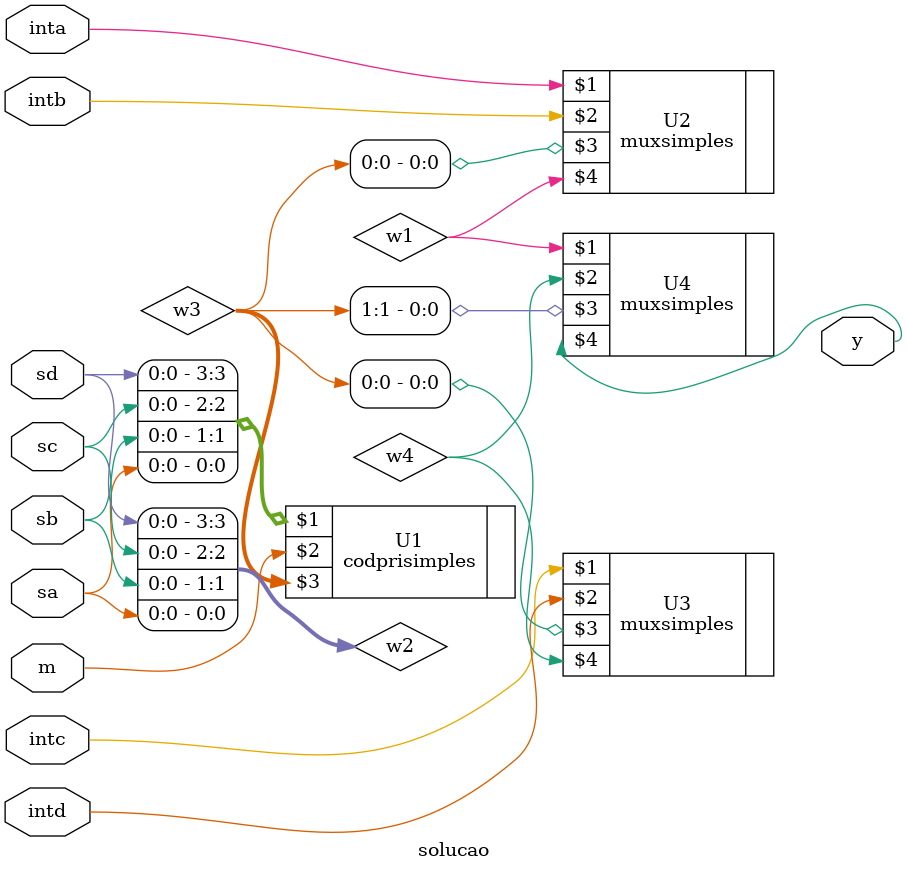
<source format=v>
/* Esse circuito seleciona um entre quatro sinais de entrada (inta, intb, intc, intd) 
com base em quatro sinais de seleção (sa, sb, sc, sd) e um sinal de controle m */

/* A saída y será inta, se sa for o primeiro prioritário e assim por diante...*/

module solucao (m, inta, intb, intc, intd, sa, sb, sc, sd, y);
    input m, inta, intb, intc, intd, sa, sb, sc, sd;
    output y;


    wire w1;
    wire [3:0] w2;
    wire [1:0] w3;
    wire w4;

    assign w2[0] = sa;
    assign w2[1] = sb;
    assign w2[2] = sc;
    assign w2[3] = sd;

    codprisimples U1(w2, m, w3);
    muxsimples U2(inta, intb, w3[0], w1);
    muxsimples U3(intc, intd, w3[0], w4);

    muxsimples U4(w1, w4, w3[1], y);


endmodule

// O juiz contém os módulos codprisimples e muxsimples fornecidos com este arquivo
/* ^^^^^ comando do albertini */

</source>
